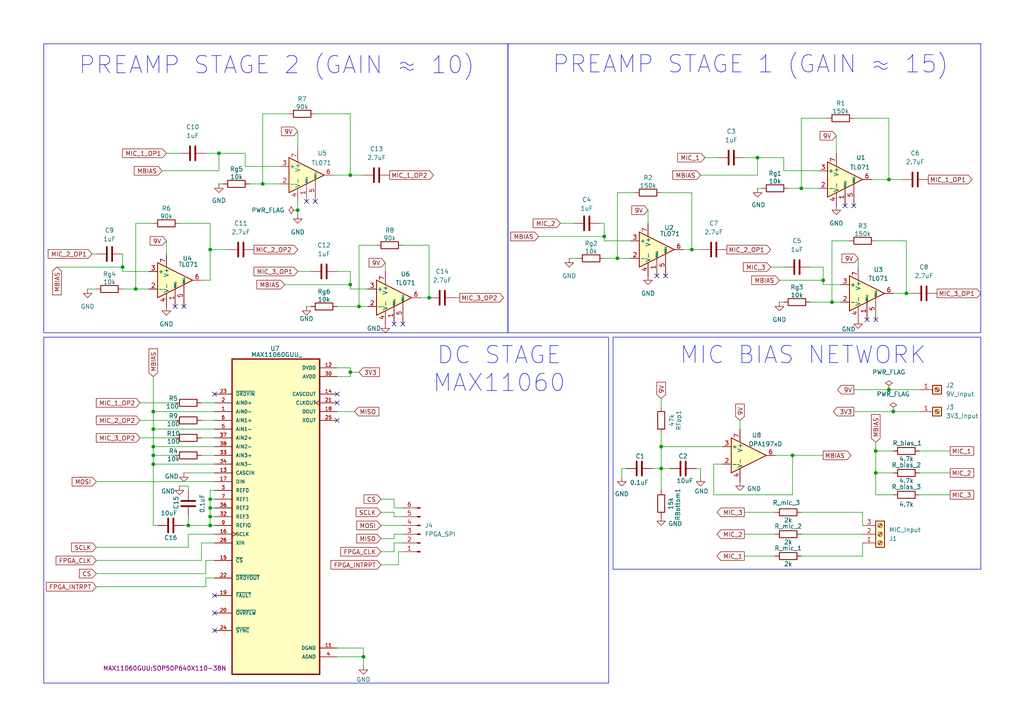
<source format=kicad_sch>
(kicad_sch (version 20250114) (generator "eeschema") (generator_version "9.0")
  (paper "A4")
  (lib_symbols
    (symbol "Amplifier_Operational:OPA197xD" (pin_names (offset 0.127))
      (property "Reference" "U" (at 0 6.35 0))
      (property "Value" "OPA197xD" (at 0 3.81 0))
      (symbol "OPA197xD_0_1"
        (polyline (pts (xy -5.08 5.08) (xy 5.08 0) (xy -5.08 -5.08) (xy -5.08 5.08)) (stroke (width 0.254)) (fill (type background)))
      )
      (symbol "OPA197xD_1_1"
        (pin input line (at -7.62 2.54 0) (length 2.54) (name "+") (number "3"))
        (pin input line (at -7.62 -2.54 0) (length 2.54) (name "-") (number "2"))
        (pin power_in line (at -2.54 7.62 270) (length 3.81) (name "V+") (number "7"))
        (pin no_connect line (at -2.54 2.54 270) (length 2.54) (hide yes) (name "NC") (number "1"))
        (pin power_in line (at -2.54 -7.62 90) (length 3.81) (name "V-") (number "4"))
        (pin no_connect line (at 0 2.54 270) (length 2.54) (hide yes) (name "NC") (number "5"))
        (pin no_connect line (at 0 -2.54 90) (length 2.54) (hide yes) (name "NC") (number "8"))
        (pin output line (at 7.62 0 180) (length 2.54) (name "~") (number "6"))
      )
    )
    (symbol "Amplifier_Operational:TL071" (pin_names (offset 0.127))
      (property "Reference" "U" (at 0 6.35 0))
      (property "Value" "TL071" (at 0 3.81 0))
      (symbol "TL071_0_1"
        (polyline (pts (xy -5.08 5.08) (xy 5.08 0) (xy -5.08 -5.08) (xy -5.08 5.08)) (stroke (width 0.254)) (fill (type background)))
      )
      (symbol "TL071_1_1"
        (pin input line (at -7.62 2.54 0) (length 2.54) (name "+") (number "3"))
        (pin input line (at -7.62 -2.54 0) (length 2.54) (name "-") (number "2"))
        (pin power_in line (at -2.54 7.62 270) (length 3.81) (name "V+") (number "7"))
        (pin power_in line (at -2.54 -7.62 90) (length 3.81) (name "V-") (number "4"))
        (pin no_connect line (at 0 2.54 270) (length 2.54) (hide yes) (name "NC") (number "8"))
        (pin input line (at 0 -7.62 90) (length 5.08) (name "NULL") (number "1"))
        (pin input line (at 2.54 -7.62 90) (length 6.35) (name "NULL") (number "5"))
        (pin output line (at 7.62 0 180) (length 2.54) (name "~") (number "6"))
      )
    )
    (symbol "Connector:Conn_01x06_Pin" (pin_names (offset 1.016) (hide yes))
      (property "Reference" "J" (at 0 7.62 0))
      (property "Value" "Conn_01x06_Pin" (at 0 -10.16 0))
      (symbol "Conn_01x06_Pin_1_1"
        (rectangle (start 0.8636 5.207) (end 0 4.953) (stroke (width 0.1524)) (fill (type outline)))
        (rectangle (start 0.8636 2.667) (end 0 2.413) (stroke (width 0.1524)) (fill (type outline)))
        (rectangle (start 0.8636 0.127) (end 0 -0.127) (stroke (width 0.1524)) (fill (type outline)))
        (rectangle (start 0.8636 -2.413) (end 0 -2.667) (stroke (width 0.1524)) (fill (type outline)))
        (rectangle (start 0.8636 -4.953) (end 0 -5.207) (stroke (width 0.1524)) (fill (type outline)))
        (rectangle (start 0.8636 -7.493) (end 0 -7.747) (stroke (width 0.1524)) (fill (type outline)))
        (polyline (pts (xy 1.27 5.08) (xy 0.8636 5.08)) (stroke (width 0.1524)))
        (polyline (pts (xy 1.27 2.54) (xy 0.8636 2.54)) (stroke (width 0.1524)))
        (polyline (pts (xy 1.27 0) (xy 0.8636 0)) (stroke (width 0.1524)))
        (polyline (pts (xy 1.27 -2.54) (xy 0.8636 -2.54)) (stroke (width 0.1524)))
        (polyline (pts (xy 1.27 -5.08) (xy 0.8636 -5.08)) (stroke (width 0.1524)))
        (polyline (pts (xy 1.27 -7.62) (xy 0.8636 -7.62)) (stroke (width 0.1524)))
        (pin passive line (at 5.08 5.08 180) (length 3.81) (name "Pin_1") (number "1"))
        (pin passive line (at 5.08 2.54 180) (length 3.81) (name "Pin_2") (number "2"))
        (pin passive line (at 5.08 0 180) (length 3.81) (name "Pin_3") (number "3"))
        (pin passive line (at 5.08 -2.54 180) (length 3.81) (name "Pin_4") (number "4"))
        (pin passive line (at 5.08 -5.08 180) (length 3.81) (name "Pin_5") (number "5"))
        (pin passive line (at 5.08 -7.62 180) (length 3.81) (name "Pin_6") (number "6"))
      )
    )
    (symbol "Connector:Screw_Terminal_01x01" (pin_names (offset 1.016) (hide yes))
      (property "Reference" "J" (at 0 2.54 0))
      (property "Value" "Screw_Terminal_01x01" (at 0 -2.54 0))
      (symbol "Screw_Terminal_01x01_1_1"
        (rectangle (start -1.27 1.27) (end 1.27 -1.27) (stroke (width 0.254)) (fill (type background)))
        (polyline (pts (xy -0.5334 0.3302) (xy 0.3302 -0.508)) (stroke (width 0.1524)))
        (polyline (pts (xy -0.3556 0.508) (xy 0.508 -0.3302)) (stroke (width 0.1524)))
        (circle (center 0 0) (radius 0.635) (stroke (width 0.1524)))
        (pin passive line (at -5.08 0 0) (length 3.81) (name "Pin_1") (number "1"))
      )
    )
    (symbol "Connector:Screw_Terminal_01x03" (pin_names (offset 1.016) (hide yes))
      (property "Reference" "J" (at 0 5.08 0))
      (property "Value" "Screw_Terminal_01x03" (at 0 -5.08 0))
      (symbol "Screw_Terminal_01x03_1_1"
        (rectangle (start -1.27 3.81) (end 1.27 -3.81) (stroke (width 0.254)) (fill (type background)))
        (polyline (pts (xy -0.5334 2.8702) (xy 0.3302 2.032)) (stroke (width 0.1524)))
        (polyline (pts (xy -0.5334 0.3302) (xy 0.3302 -0.508)) (stroke (width 0.1524)))
        (polyline (pts (xy -0.5334 -2.2098) (xy 0.3302 -3.048)) (stroke (width 0.1524)))
        (polyline (pts (xy -0.3556 3.048) (xy 0.508 2.2098)) (stroke (width 0.1524)))
        (polyline (pts (xy -0.3556 0.508) (xy 0.508 -0.3302)) (stroke (width 0.1524)))
        (polyline (pts (xy -0.3556 -2.032) (xy 0.508 -2.8702)) (stroke (width 0.1524)))
        (circle (center 0 2.54) (radius 0.635) (stroke (width 0.1524)))
        (circle (center 0 0) (radius 0.635) (stroke (width 0.1524)))
        (circle (center 0 -2.54) (radius 0.635) (stroke (width 0.1524)))
        (pin passive line (at -5.08 2.54 0) (length 3.81) (name "Pin_1") (number "1"))
        (pin passive line (at -5.08 0 0) (length 3.81) (name "Pin_2") (number "2"))
        (pin passive line (at -5.08 -2.54 0) (length 3.81) (name "Pin_3") (number "3"))
      )
    )
    (symbol "Device:C" (pin_numbers (hide yes)) (pin_names (offset 0.254))
      (property "Reference" "C" (at 0.635 2.54 0))
      (property "Value" "C" (at 0.635 -2.54 0))
      (symbol "C_0_1"
        (polyline (pts (xy -2.032 0.762) (xy 2.032 0.762)) (stroke (width 0.508)))
        (polyline (pts (xy -2.032 -0.762) (xy 2.032 -0.762)) (stroke (width 0.508)))
      )
      (symbol "C_1_1"
        (pin passive line (at 0 3.81 270) (length 2.794) (name "~") (number "1"))
        (pin passive line (at 0 -3.81 90) (length 2.794) (name "~") (number "2"))
      )
    )
    (symbol "Device:R" (pin_numbers (hide yes)) (pin_names (offset 0))
      (property "Reference" "R" (at 2.032 0 90))
      (property "Value" "R" (at 0 0 90))
      (symbol "R_0_1"
        (rectangle (start -1.016 -2.54) (end 1.016 2.54) (stroke (width 0.254)))
      )
      (symbol "R_1_1"
        (pin passive line (at 0 3.81 270) (length 1.27) (name "~") (number "1"))
        (pin passive line (at 0 -3.81 90) (length 1.27) (name "~") (number "2"))
      )
    )
    (symbol "MAX11060GUU_:MAX11060GUU_" (pin_names (offset 1.016))
      (property "Reference" "U" (at -12.7 46.72 0))
      (property "Value" "MAX11060GUU_" (at -12.7 -49.72 0))
      (symbol "MAX11060GUU__0_0"
        (rectangle (start -12.7 -45.72) (end 12.7 45.72) (stroke (width 0.41)) (fill (type background)))
        (pin input line (at -17.78 35.56 0) (length 5.08) (name "~{DRDYIN}") (number "23"))
        (pin input line (at -17.78 33.02 0) (length 5.08) (name "AIN0+") (number "2"))
        (pin input line (at -17.78 30.48 0) (length 5.08) (name "AIN0-") (number "1"))
        (pin input line (at -17.78 27.94 0) (length 5.08) (name "AIN1+") (number "6"))
        (pin input line (at -17.78 25.4 0) (length 5.08) (name "AIN1-") (number "5"))
        (pin input line (at -17.78 22.86 0) (length 5.08) (name "AIN2+") (number "37"))
        (pin input line (at -17.78 20.32 0) (length 5.08) (name "AIN2-") (number "38"))
        (pin input line (at -17.78 17.78 0) (length 5.08) (name "AIN3+") (number "33"))
        (pin input line (at -17.78 15.24 0) (length 5.08) (name "AIN3-") (number "34"))
        (pin input line (at -17.78 12.7 0) (length 5.08) (name "CASCIN") (number "13"))
        (pin input line (at -17.78 10.16 0) (length 5.08) (name "DIN") (number "17"))
        (pin input line (at -17.78 7.62 0) (length 5.08) (name "REF0") (number "3"))
        (pin input line (at -17.78 5.08 0) (length 5.08) (name "REF1") (number "7"))
        (pin input line (at -17.78 2.54 0) (length 5.08) (name "REF2") (number "36"))
        (pin input line (at -17.78 0 0) (length 5.08) (name "REF3") (number "32"))
        (pin input line (at -17.78 -2.54 0) (length 5.08) (name "REFIO") (number "9"))
        (pin input clock (at -17.78 -5.08 0) (length 5.08) (name "SCLK") (number "16"))
        (pin input line (at -17.78 -7.62 0) (length 5.08) (name "XIN") (number "26"))
        (pin bidirectional line (at -17.78 -12.7 0) (length 5.08) (name "~{CS}") (number "15"))
        (pin bidirectional line (at -17.78 -17.78 0) (length 5.08) (name "~{DRDYOUT}") (number "22"))
        (pin bidirectional line (at -17.78 -22.86 0) (length 5.08) (name "~{FAULT}") (number "19"))
        (pin bidirectional line (at -17.78 -27.94 0) (length 5.08) (name "~{OVRFLW}") (number "20"))
        (pin bidirectional line (at -17.78 -33.02 0) (length 5.08) (name "~{SYNC}") (number "24"))
        (pin power_in line (at 17.78 43.18 180) (length 5.08) (name "DVDD") (number "12"))
        (pin power_in line (at 17.78 43.18 180) (length 5.08) (hide yes) (name "DVDD") (number "27"))
        (pin power_in line (at 17.78 40.64 180) (length 5.08) (name "AVDD") (number "30"))
        (pin output line (at 17.78 35.56 180) (length 5.08) (name "CASCOUT") (number "14"))
        (pin output clock (at 17.78 33.02 180) (length 5.08) (name "CLKOUT") (number "21"))
        (pin output line (at 17.78 30.48 180) (length 5.08) (name "DOUT") (number "18"))
        (pin output line (at 17.78 27.94 180) (length 5.08) (name "XOUT") (number "25"))
        (pin power_in line (at 17.78 -38.1 180) (length 5.08) (name "DGND") (number "11"))
        (pin power_in line (at 17.78 -38.1 180) (length 5.08) (hide yes) (name "DGND") (number "28"))
        (pin power_in line (at 17.78 -40.64 180) (length 5.08) (hide yes) (name "AGND") (number "10"))
        (pin power_in line (at 17.78 -40.64 180) (length 5.08) (hide yes) (name "AGND") (number "29"))
        (pin power_in line (at 17.78 -40.64 180) (length 5.08) (hide yes) (name "AGND") (number "31"))
        (pin power_in line (at 17.78 -40.64 180) (length 5.08) (hide yes) (name "AGND") (number "35"))
        (pin power_in line (at 17.78 -40.64 180) (length 5.08) (name "AGND") (number "4"))
        (pin power_in line (at 17.78 -40.64 180) (length 5.08) (hide yes) (name "AGND") (number "8"))
      )
    )
    (symbol "power:GND" (power) (pin_numbers (hide yes)) (pin_names (offset 0) (hide yes))
      (property "Value" "GND" (at 0 -3.81 0))
      (symbol "GND_0_1"
        (polyline (pts (xy 0 0) (xy 0 -1.27) (xy 1.27 -1.27) (xy 0 -2.54) (xy -1.27 -1.27) (xy 0 -1.27)))
      )
      (symbol "GND_1_1"
        (pin power_in line (at 0 0 270) (length 0) (name "~") (number "1"))
      )
    )
    (symbol "power:PWR_FLAG" (power) (pin_numbers (hide yes)) (pin_names (offset 0) (hide yes))
      (property "Value" "PWR_FLAG" (at 0 3.81 0))
      (symbol "PWR_FLAG_0_0"
        (pin power_out line (at 0 0 90) (length 0) (name "~") (number "1"))
      )
      (symbol "PWR_FLAG_0_1"
        (polyline (pts (xy 0 0) (xy 0 1.27) (xy -1.016 1.905) (xy 0 2.54) (xy 1.016 1.905) (xy 0 1.27)))
      )
    )
  )
  (rectangle (start 12.7 12.7) (end 147.32 96.52))
  (rectangle (start 177.8 97.79) (end 284.48 165.1))
  (rectangle (start 12.7 97.79) (end 176.53 198.12))
  (rectangle (start 147.32 12.7) (end 284.48 96.52))
  (text "PREAMP STAGE 2 (GAIN ≈ 10)" (at 80.264 19.05 0) (effects (font (size 5 5))))
  (text "DC STAGE\nMAX11060" (at 144.78 107.188 0) (effects (font (size 5 5))))
  (text "MIC BIAS NETWORK" (at 232.918 103.124 0) (effects (font (size 5 5))))
  (text "PREAMP STAGE 1 (GAIN ≈ 15)" (at 217.678 18.796 0) (effects (font (size 5 5))))
  (junction (at 101.6 107.95))
  (junction (at 254 130.81))
  (junction (at 219.71 45.72))
  (junction (at 257.81 113.03))
  (junction (at 44.45 132.08))
  (junction (at 63.5 44.45))
  (junction (at 60.96 152.4))
  (junction (at 229.87 132.08))
  (junction (at 44.45 124.46))
  (junction (at 232.41 54.61))
  (junction (at 254 137.16))
  (junction (at 238.76 81.28))
  (junction (at 44.45 129.54))
  (junction (at 86.36 60.96))
  (junction (at 175.26 68.58))
  (junction (at 101.6 50.8))
  (junction (at 101.6 82.55))
  (junction (at 200.66 72.39))
  (junction (at 105.41 190.5))
  (junction (at 60.96 144.78))
  (junction (at 259.08 119.38))
  (junction (at 44.45 134.62))
  (junction (at 60.96 149.86))
  (junction (at 262.89 85.09))
  (junction (at 179.07 74.93))
  (junction (at 124.46 86.36))
  (junction (at 60.96 72.39))
  (junction (at 39.37 83.82))
  (junction (at 76.2 53.34))
  (junction (at 44.45 119.38))
  (junction (at 257.81 52.07))
  (junction (at 191.77 129.54))
  (junction (at 35.56 77.47))
  (junction (at 54.61 152.4))
  (junction (at 241.3 87.63))
  (junction (at 191.77 135.89))
  (junction (at 104.14 88.9))
  (junction (at 60.96 147.32))
  (no_connect (at 62.23 182.88))
  (no_connect (at 62.23 172.72))
  (no_connect (at 97.79 114.3))
  (no_connect (at 97.79 121.92))
  (no_connect (at 97.79 116.84))
  (no_connect (at 254 92.71))
  (no_connect (at 245.11 59.69))
  (no_connect (at 62.23 177.8))
  (no_connect (at 190.5 80.01))
  (no_connect (at 88.9 58.42))
  (no_connect (at 91.44 58.42))
  (no_connect (at 116.84 93.98))
  (no_connect (at 114.3 93.98))
  (no_connect (at 62.23 114.3))
  (no_connect (at 50.8 88.9))
  (no_connect (at 251.46 92.71))
  (no_connect (at 193.04 80.01))
  (no_connect (at 247.65 59.69))
  (no_connect (at 53.34 88.9))
  (wire (pts (xy 238.76 82.55) (xy 243.84 82.55)))
  (wire (pts (xy 82.55 82.55) (xy 101.6 82.55)))
  (wire (pts (xy 63.5 53.34) (xy 64.77 53.34)))
  (wire (pts (xy 110.49 148.59) (xy 114.3 148.59)))
  (wire (pts (xy 35.56 78.74) (xy 43.18 78.74)))
  (wire (pts (xy 248.92 74.93) (xy 248.92 77.47)))
  (wire (pts (xy 97.79 119.38) (xy 102.87 119.38)))
  (wire (pts (xy 110.49 152.4) (xy 116.84 152.4)))
  (wire (pts (xy 215.9 161.29) (xy 224.79 161.29)))
  (wire (pts (xy 110.49 160.02) (xy 114.3 160.02)))
  (wire (pts (xy 162.56 64.77) (xy 166.37 64.77)))
  (wire (pts (xy 111.76 76.2) (xy 111.76 78.74)))
  (wire (pts (xy 254 69.85) (xy 262.89 69.85)))
  (wire (pts (xy 54.61 149.86) (xy 54.61 152.4)))
  (wire (pts (xy 44.45 119.38) (xy 44.45 124.46)))
  (wire (pts (xy 58.42 157.48) (xy 62.23 157.48)))
  (wire (pts (xy 86.36 58.42) (xy 86.36 60.96)))
  (wire (pts (xy 175.26 64.77) (xy 175.26 68.58)))
  (wire (pts (xy 62.23 142.24) (xy 60.96 142.24)))
  (wire (pts (xy 97.79 109.22) (xy 101.6 109.22)))
  (wire (pts (xy 101.6 83.82) (xy 106.68 83.82)))
  (wire (pts (xy 60.96 147.32) (xy 62.23 147.32)))
  (wire (pts (xy 191.77 129.54) (xy 191.77 135.89)))
  (wire (pts (xy 223.52 77.47) (xy 227.33 77.47)))
  (wire (pts (xy 88.9 88.9) (xy 90.17 88.9)))
  (wire (pts (xy 83.82 33.02) (xy 76.2 33.02)))
  (wire (pts (xy 115.57 163.83) (xy 115.57 160.02)))
  (wire (pts (xy 104.14 71.12) (xy 104.14 88.9)))
  (wire (pts (xy 114.3 154.94) (xy 116.84 154.94)))
  (wire (pts (xy 35.56 83.82) (xy 39.37 83.82)))
  (wire (pts (xy 114.3 144.78) (xy 114.3 147.32)))
  (wire (pts (xy 175.26 74.93) (xy 179.07 74.93)))
  (wire (pts (xy 191.77 129.54) (xy 209.55 129.54)))
  (wire (pts (xy 60.96 64.77) (xy 60.96 72.39)))
  (wire (pts (xy 219.71 54.61) (xy 220.98 54.61)))
  (wire (pts (xy 215.9 45.72) (xy 219.71 45.72)))
  (wire (pts (xy 238.76 81.28) (xy 238.76 82.55)))
  (wire (pts (xy 238.76 77.47) (xy 238.76 81.28)))
  (wire (pts (xy 266.7 137.16) (xy 275.59 137.16)))
  (wire (pts (xy 262.89 85.09) (xy 264.16 85.09)))
  (wire (pts (xy 110.49 156.21) (xy 114.3 156.21)))
  (wire (pts (xy 228.6 54.61) (xy 232.41 54.61)))
  (wire (pts (xy 254 143.51) (xy 254 137.16)))
  (wire (pts (xy 180.34 135.89) (xy 181.61 135.89)))
  (wire (pts (xy 254 130.81) (xy 254 137.16)))
  (wire (pts (xy 101.6 33.02) (xy 101.6 50.8)))
  (wire (pts (xy 110.49 163.83) (xy 115.57 163.83)))
  (wire (pts (xy 101.6 106.68) (xy 101.6 107.95)))
  (wire (pts (xy 259.08 143.51) (xy 254 143.51)))
  (wire (pts (xy 203.2 135.89) (xy 203.2 138.43)))
  (wire (pts (xy 45.72 152.4) (xy 44.45 152.4)))
  (wire (pts (xy 254 130.81) (xy 259.08 130.81)))
  (wire (pts (xy 91.44 33.02) (xy 101.6 33.02)))
  (wire (pts (xy 44.45 132.08) (xy 44.45 134.62)))
  (wire (pts (xy 234.95 77.47) (xy 238.76 77.47)))
  (wire (pts (xy 54.61 152.4) (xy 60.96 152.4)))
  (wire (pts (xy 26.67 73.66) (xy 27.94 73.66)))
  (wire (pts (xy 179.07 55.88) (xy 179.07 74.93)))
  (wire (pts (xy 200.66 55.88) (xy 200.66 72.39)))
  (wire (pts (xy 257.81 34.29) (xy 257.81 52.07)))
  (wire (pts (xy 114.3 157.48) (xy 116.84 157.48)))
  (wire (pts (xy 58.42 162.56) (xy 58.42 157.48)))
  (wire (pts (xy 62.23 149.86) (xy 60.96 149.86)))
  (wire (pts (xy 60.96 144.78) (xy 62.23 144.78)))
  (wire (pts (xy 101.6 78.74) (xy 101.6 82.55)))
  (wire (pts (xy 59.69 44.45) (xy 63.5 44.45)))
  (wire (pts (xy 252.73 52.07) (xy 257.81 52.07)))
  (wire (pts (xy 224.79 132.08) (xy 229.87 132.08)))
  (wire (pts (xy 247.65 34.29) (xy 257.81 34.29)))
  (wire (pts (xy 191.77 115.57) (xy 191.77 118.11)))
  (wire (pts (xy 97.79 106.68) (xy 101.6 106.68)))
  (wire (pts (xy 191.77 135.89) (xy 194.31 135.89)))
  (wire (pts (xy 191.77 55.88) (xy 200.66 55.88)))
  (wire (pts (xy 229.87 132.08) (xy 238.76 132.08)))
  (wire (pts (xy 35.56 73.66) (xy 35.56 77.47)))
  (wire (pts (xy 219.71 45.72) (xy 227.33 45.72)))
  (wire (pts (xy 52.07 140.97) (xy 54.61 140.97)))
  (wire (pts (xy 53.34 137.16) (xy 62.23 137.16)))
  (wire (pts (xy 227.33 49.53) (xy 237.49 49.53)))
  (wire (pts (xy 53.34 152.4) (xy 54.61 152.4)))
  (wire (pts (xy 52.07 64.77) (xy 60.96 64.77)))
  (wire (pts (xy 250.19 148.59) (xy 250.19 152.4)))
  (wire (pts (xy 27.94 170.18) (xy 59.69 170.18)))
  (wire (pts (xy 229.87 143.51) (xy 207.01 143.51)))
  (wire (pts (xy 16.51 77.47) (xy 35.56 77.47)))
  (wire (pts (xy 44.45 129.54) (xy 44.45 132.08)))
  (wire (pts (xy 40.64 121.92) (xy 50.8 121.92)))
  (wire (pts (xy 173.99 64.77) (xy 175.26 64.77)))
  (wire (pts (xy 35.56 77.47) (xy 35.56 78.74)))
  (wire (pts (xy 44.45 119.38) (xy 62.23 119.38)))
  (wire (pts (xy 58.42 81.28) (xy 60.96 81.28)))
  (wire (pts (xy 59.69 162.56) (xy 62.23 162.56)))
  (wire (pts (xy 76.2 33.02) (xy 76.2 53.34)))
  (wire (pts (xy 114.3 149.86) (xy 116.84 149.86)))
  (wire (pts (xy 60.96 147.32) (xy 60.96 149.86)))
  (wire (pts (xy 201.93 135.89) (xy 203.2 135.89)))
  (wire (pts (xy 48.26 44.45) (xy 52.07 44.45)))
  (wire (pts (xy 71.12 48.26) (xy 81.28 48.26)))
  (wire (pts (xy 60.96 142.24) (xy 60.96 144.78)))
  (wire (pts (xy 114.3 148.59) (xy 114.3 149.86)))
  (wire (pts (xy 114.3 156.21) (xy 114.3 154.94)))
  (wire (pts (xy 97.79 88.9) (xy 104.14 88.9)))
  (wire (pts (xy 58.42 127) (xy 62.23 127)))
  (wire (pts (xy 59.69 170.18) (xy 59.69 167.64)))
  (wire (pts (xy 232.41 54.61) (xy 237.49 54.61)))
  (wire (pts (xy 44.45 132.08) (xy 50.8 132.08)))
  (wire (pts (xy 60.96 152.4) (xy 62.23 152.4)))
  (wire (pts (xy 116.84 71.12) (xy 124.46 71.12)))
  (wire (pts (xy 232.41 154.94) (xy 250.19 154.94)))
  (wire (pts (xy 229.87 132.08) (xy 229.87 143.51)))
  (wire (pts (xy 257.81 113.03) (xy 266.7 113.03)))
  (wire (pts (xy 232.41 34.29) (xy 232.41 54.61)))
  (wire (pts (xy 44.45 64.77) (xy 39.37 64.77)))
  (wire (pts (xy 114.3 147.32) (xy 116.84 147.32)))
  (wire (pts (xy 86.36 60.96) (xy 86.36 62.23)))
  (wire (pts (xy 262.89 69.85) (xy 262.89 85.09)))
  (wire (pts (xy 187.96 60.96) (xy 187.96 64.77)))
  (wire (pts (xy 27.94 166.37) (xy 59.69 166.37)))
  (wire (pts (xy 72.39 53.34) (xy 76.2 53.34)))
  (wire (pts (xy 189.23 135.89) (xy 191.77 135.89)))
  (wire (pts (xy 54.61 154.94) (xy 62.23 154.94)))
  (wire (pts (xy 54.61 140.97) (xy 54.61 142.24)))
  (wire (pts (xy 59.69 167.64) (xy 62.23 167.64)))
  (wire (pts (xy 58.42 132.08) (xy 62.23 132.08)))
  (wire (pts (xy 101.6 107.95) (xy 104.14 107.95)))
  (wire (pts (xy 156.21 68.58) (xy 175.26 68.58)))
  (wire (pts (xy 39.37 83.82) (xy 43.18 83.82)))
  (wire (pts (xy 175.26 69.85) (xy 182.88 69.85)))
  (wire (pts (xy 60.96 144.78) (xy 60.96 147.32)))
  (wire (pts (xy 191.77 125.73) (xy 191.77 129.54)))
  (wire (pts (xy 259.08 137.16) (xy 254 137.16)))
  (wire (pts (xy 215.9 148.59) (xy 224.79 148.59)))
  (wire (pts (xy 165.1 74.93) (xy 167.64 74.93)))
  (wire (pts (xy 247.65 113.03) (xy 257.81 113.03)))
  (wire (pts (xy 246.38 69.85) (xy 241.3 69.85)))
  (wire (pts (xy 58.42 121.92) (xy 62.23 121.92)))
  (wire (pts (xy 27.94 139.7) (xy 62.23 139.7)))
  (wire (pts (xy 59.69 166.37) (xy 59.69 162.56)))
  (wire (pts (xy 200.66 72.39) (xy 203.2 72.39)))
  (wire (pts (xy 179.07 74.93) (xy 182.88 74.93)))
  (wire (pts (xy 105.41 190.5) (xy 105.41 193.04)))
  (wire (pts (xy 54.61 158.75) (xy 54.61 154.94)))
  (wire (pts (xy 27.94 158.75) (xy 54.61 158.75)))
  (wire (pts (xy 76.2 53.34) (xy 81.28 53.34)))
  (wire (pts (xy 207.01 134.62) (xy 209.55 134.62)))
  (wire (pts (xy 60.96 149.86) (xy 60.96 152.4)))
  (wire (pts (xy 191.77 135.89) (xy 191.77 142.24)))
  (wire (pts (xy 254 128.27) (xy 254 130.81)))
  (wire (pts (xy 71.12 44.45) (xy 71.12 48.26)))
  (wire (pts (xy 97.79 190.5) (xy 105.41 190.5)))
  (wire (pts (xy 184.15 55.88) (xy 179.07 55.88)))
  (wire (pts (xy 180.34 135.89) (xy 180.34 138.43)))
  (wire (pts (xy 242.57 39.37) (xy 242.57 44.45)))
  (wire (pts (xy 227.33 45.72) (xy 227.33 49.53)))
  (wire (pts (xy 259.08 85.09) (xy 262.89 85.09)))
  (wire (pts (xy 101.6 50.8) (xy 105.41 50.8)))
  (wire (pts (xy 226.06 81.28) (xy 238.76 81.28)))
  (wire (pts (xy 101.6 107.95) (xy 101.6 109.22)))
  (wire (pts (xy 109.22 71.12) (xy 104.14 71.12)))
  (wire (pts (xy 63.5 44.45) (xy 63.5 49.53)))
  (wire (pts (xy 27.94 162.56) (xy 58.42 162.56)))
  (wire (pts (xy 175.26 68.58) (xy 175.26 69.85)))
  (wire (pts (xy 207.01 143.51) (xy 207.01 134.62)))
  (wire (pts (xy 232.41 161.29) (xy 250.19 161.29)))
  (wire (pts (xy 247.65 119.38) (xy 259.08 119.38)))
  (wire (pts (xy 44.45 129.54) (xy 62.23 129.54)))
  (wire (pts (xy 44.45 152.4) (xy 44.45 134.62)))
  (wire (pts (xy 204.47 45.72) (xy 208.28 45.72)))
  (wire (pts (xy 121.92 86.36) (xy 124.46 86.36)))
  (wire (pts (xy 63.5 44.45) (xy 71.12 44.45)))
  (wire (pts (xy 40.64 116.84) (xy 50.8 116.84)))
  (wire (pts (xy 46.99 49.53) (xy 63.5 49.53)))
  (wire (pts (xy 44.45 124.46) (xy 62.23 124.46)))
  (wire (pts (xy 234.95 87.63) (xy 241.3 87.63)))
  (wire (pts (xy 97.79 78.74) (xy 101.6 78.74)))
  (wire (pts (xy 240.03 34.29) (xy 232.41 34.29)))
  (wire (pts (xy 132.08 86.36) (xy 133.35 86.36)))
  (wire (pts (xy 44.45 124.46) (xy 44.45 129.54)))
  (wire (pts (xy 203.2 50.8) (xy 219.71 50.8)))
  (wire (pts (xy 241.3 87.63) (xy 243.84 87.63)))
  (wire (pts (xy 105.41 187.96) (xy 105.41 190.5)))
  (wire (pts (xy 39.37 64.77) (xy 39.37 83.82)))
  (wire (pts (xy 40.64 127) (xy 50.8 127)))
  (wire (pts (xy 115.57 160.02) (xy 116.84 160.02)))
  (wire (pts (xy 48.26 69.85) (xy 48.26 73.66)))
  (wire (pts (xy 124.46 71.12) (xy 124.46 86.36)))
  (wire (pts (xy 110.49 144.78) (xy 114.3 144.78)))
  (wire (pts (xy 104.14 88.9) (xy 106.68 88.9)))
  (wire (pts (xy 44.45 134.62) (xy 62.23 134.62)))
  (wire (pts (xy 114.3 160.02) (xy 114.3 157.48)))
  (wire (pts (xy 241.3 69.85) (xy 241.3 87.63)))
  (wire (pts (xy 96.52 50.8) (xy 101.6 50.8)))
  (wire (pts (xy 198.12 72.39) (xy 200.66 72.39)))
  (wire (pts (xy 266.7 130.81) (xy 275.59 130.81)))
  (wire (pts (xy 215.9 154.94) (xy 224.79 154.94)))
  (wire (pts (xy 214.63 121.92) (xy 214.63 124.46)))
  (wire (pts (xy 86.36 38.1) (xy 86.36 43.18)))
  (wire (pts (xy 58.42 116.84) (xy 62.23 116.84)))
  (wire (pts (xy 250.19 161.29) (xy 250.19 157.48)))
  (wire (pts (xy 101.6 82.55) (xy 101.6 83.82)))
  (wire (pts (xy 44.45 109.22) (xy 44.45 119.38)))
  (wire (pts (xy 60.96 72.39) (xy 60.96 81.28)))
  (wire (pts (xy 60.96 72.39) (xy 66.04 72.39)))
  (wire (pts (xy 219.71 45.72) (xy 219.71 50.8)))
  (wire (pts (xy 232.41 148.59) (xy 250.19 148.59)))
  (wire (pts (xy 257.81 52.07) (xy 261.62 52.07)))
  (wire (pts (xy 266.7 143.51) (xy 275.59 143.51)))
  (wire (pts (xy 226.06 87.63) (xy 227.33 87.63)))
  (wire (pts (xy 25.4 83.82) (xy 27.94 83.82)))
  (wire (pts (xy 86.36 78.74) (xy 90.17 78.74)))
  (wire (pts (xy 97.79 187.96) (xy 105.41 187.96)))
  (wire (pts (xy 259.08 119.38) (xy 266.7 119.38)))
  (global_label "9V" (shape input) (at 248.92 74.93 180) (property "Intersheetrefs" "${INTERSHEET_REFS}" (effects (hide yes))))
  (global_label "MOSI" (shape input) (at 27.94 139.7 180) (property "Intersheetrefs" "${INTERSHEET_REFS}" (effects (hide yes))))
  (global_label "MBIAS" (shape input) (at 156.21 68.58 180) (property "Intersheetrefs" "${INTERSHEET_REFS}" (effects (hide yes))))
  (global_label "9V" (shape input) (at 191.77 115.57 90) (property "Intersheetrefs" "${INTERSHEET_REFS}" (effects (hide yes))))
  (global_label "MIC_3" (shape passive) (at 275.59 143.51 0) (property "Intersheetrefs" "${INTERSHEET_REFS}" (effects (hide yes))))
  (global_label "MIC_3_OP2" (shape output) (at 133.35 86.36 0) (property "Intersheetrefs" "${INTERSHEET_REFS}" (effects (hide yes))))
  (global_label "MIC_3" (shape input) (at 223.52 77.47 180) (property "Intersheetrefs" "${INTERSHEET_REFS}" (effects (hide yes))))
  (global_label "MIC_2" (shape output) (at 215.9 154.94 180) (property "Intersheetrefs" "${INTERSHEET_REFS}" (effects (hide yes))))
  (global_label "MIC_2_OP1" (shape output) (at 210.82 72.39 0) (property "Intersheetrefs" "${INTERSHEET_REFS}" (effects (hide yes))))
  (global_label "MBIAS" (shape input) (at 203.2 50.8 180) (property "Intersheetrefs" "${INTERSHEET_REFS}" (effects (hide yes))))
  (global_label "MBIAS" (shape input) (at 254 128.27 90) (property "Intersheetrefs" "${INTERSHEET_REFS}" (effects (hide yes))))
  (global_label "FPGA_CLK" (shape input) (at 110.49 160.02 180) (property "Intersheetrefs" "${INTERSHEET_REFS}" (effects (hide yes))))
  (global_label "CS" (shape input) (at 110.49 144.78 180) (property "Intersheetrefs" "${INTERSHEET_REFS}" (effects (hide yes))))
  (global_label "MIC_1_OP2" (shape output) (at 113.03 50.8 0) (property "Intersheetrefs" "${INTERSHEET_REFS}" (effects (hide yes))))
  (global_label "MISO" (shape input) (at 110.49 156.21 180) (property "Intersheetrefs" "${INTERSHEET_REFS}" (effects (hide yes))))
  (global_label "MIC_2" (shape input) (at 162.56 64.77 180) (property "Intersheetrefs" "${INTERSHEET_REFS}" (effects (hide yes))))
  (global_label "3V3" (shape input) (at 104.14 107.95 0) (property "Intersheetrefs" "${INTERSHEET_REFS}" (effects (hide yes))))
  (global_label "MIC_1" (shape output) (at 215.9 161.29 180) (property "Intersheetrefs" "${INTERSHEET_REFS}" (effects (hide yes))))
  (global_label "MBIAS" (shape input) (at 46.99 49.53 180) (property "Intersheetrefs" "${INTERSHEET_REFS}" (effects (hide yes))))
  (global_label "FPGA_CLK" (shape input) (at 27.94 162.56 180) (property "Intersheetrefs" "${INTERSHEET_REFS}" (effects (hide yes))))
  (global_label "MBIAS" (shape input) (at 44.45 109.22 90) (property "Intersheetrefs" "${INTERSHEET_REFS}" (effects (hide yes))))
  (global_label "9V" (shape output) (at 247.65 113.03 180) (property "Intersheetrefs" "${INTERSHEET_REFS}" (effects (hide yes))))
  (global_label "MISO" (shape input) (at 102.87 119.38 0) (property "Intersheetrefs" "${INTERSHEET_REFS}" (effects (hide yes))))
  (global_label "MIC_1" (shape passive) (at 275.59 130.81 0) (property "Intersheetrefs" "${INTERSHEET_REFS}" (effects (hide yes))))
  (global_label "MBIAS" (shape input) (at 16.51 77.47 270) (property "Intersheetrefs" "${INTERSHEET_REFS}" (effects (hide yes))))
  (global_label "9V" (shape input) (at 214.63 121.92 90) (property "Intersheetrefs" "${INTERSHEET_REFS}" (effects (hide yes))))
  (global_label "CS" (shape input) (at 27.94 166.37 180) (property "Intersheetrefs" "${INTERSHEET_REFS}" (effects (hide yes))))
  (global_label "MBIAS" (shape input) (at 82.55 82.55 180) (property "Intersheetrefs" "${INTERSHEET_REFS}" (effects (hide yes))))
  (global_label "SCLK" (shape input) (at 110.49 148.59 180) (property "Intersheetrefs" "${INTERSHEET_REFS}" (effects (hide yes))))
  (global_label "MBIAS" (shape output) (at 238.76 132.08 0) (property "Intersheetrefs" "${INTERSHEET_REFS}" (effects (hide yes))))
  (global_label "MIC_2" (shape passive) (at 275.59 137.16 0) (property "Intersheetrefs" "${INTERSHEET_REFS}" (effects (hide yes))))
  (global_label "FPGA_INTRPT" (shape input) (at 110.49 163.83 180) (property "Intersheetrefs" "${INTERSHEET_REFS}" (effects (hide yes))))
  (global_label "9V" (shape input) (at 111.76 76.2 180) (property "Intersheetrefs" "${INTERSHEET_REFS}" (effects (hide yes))))
  (global_label "MIC_3_OP2" (shape input) (at 40.64 127 180) (property "Intersheetrefs" "${INTERSHEET_REFS}" (effects (hide yes))))
  (global_label "MIC_1" (shape input) (at 204.47 45.72 180) (property "Intersheetrefs" "${INTERSHEET_REFS}" (effects (hide yes))))
  (global_label "9V" (shape input) (at 86.36 38.1 180) (property "Intersheetrefs" "${INTERSHEET_REFS}" (effects (hide yes))))
  (global_label "FPGA_INTRPT" (shape input) (at 27.94 170.18 180) (property "Intersheetrefs" "${INTERSHEET_REFS}" (effects (hide yes))))
  (global_label "9V" (shape input) (at 48.26 69.85 180) (property "Intersheetrefs" "${INTERSHEET_REFS}" (effects (hide yes))))
  (global_label "MIC_2_OP2" (shape input) (at 40.64 121.92 180) (property "Intersheetrefs" "${INTERSHEET_REFS}" (effects (hide yes))))
  (global_label "9V" (shape input) (at 242.57 39.37 180) (property "Intersheetrefs" "${INTERSHEET_REFS}" (effects (hide yes))))
  (global_label "MIC_1_OP1" (shape input) (at 48.26 44.45 180) (property "Intersheetrefs" "${INTERSHEET_REFS}" (effects (hide yes))))
  (global_label "3V3" (shape output) (at 247.65 119.38 180) (property "Intersheetrefs" "${INTERSHEET_REFS}" (effects (hide yes))))
  (global_label "9V" (shape input) (at 187.96 60.96 180) (property "Intersheetrefs" "${INTERSHEET_REFS}" (effects (hide yes))))
  (global_label "SCLK" (shape input) (at 27.94 158.75 180) (property "Intersheetrefs" "${INTERSHEET_REFS}" (effects (hide yes))))
  (global_label "MOSI" (shape input) (at 110.49 152.4 180) (property "Intersheetrefs" "${INTERSHEET_REFS}" (effects (hide yes))))
  (global_label "MIC_3" (shape output) (at 215.9 148.59 180) (property "Intersheetrefs" "${INTERSHEET_REFS}" (effects (hide yes))))
  (global_label "MIC_1_OP2" (shape input) (at 40.64 116.84 180) (property "Intersheetrefs" "${INTERSHEET_REFS}" (effects (hide yes))))
  (global_label "MIC_3_OP1" (shape input) (at 86.36 78.74 180) (property "Intersheetrefs" "${INTERSHEET_REFS}" (effects (hide yes))))
  (global_label "MIC_2_OP1" (shape input) (at 26.67 73.66 180) (property "Intersheetrefs" "${INTERSHEET_REFS}" (effects (hide yes))))
  (global_label "MIC_1_OP1" (shape output) (at 269.24 52.07 0) (property "Intersheetrefs" "${INTERSHEET_REFS}" (effects (hide yes))))
  (global_label "MIC_3_OP1" (shape output) (at 271.78 85.09 0) (property "Intersheetrefs" "${INTERSHEET_REFS}" (effects (hide yes))))
  (global_label "MBIAS" (shape input) (at 226.06 81.28 180) (property "Intersheetrefs" "${INTERSHEET_REFS}" (effects (hide yes))))
  (global_label "MIC_2_OP2" (shape output) (at 73.66 72.39 0) (property "Intersheetrefs" "${INTERSHEET_REFS}" (effects (hide yes))))
  (symbol (lib_id "Amplifier_Operational:TL071") (at 190.5 72.39 0) (unit 1)
    (property "Reference" "U2" (at 194.056 66.04 0))
    (property "Value" "TL071" (at 194.31 67.818 0))
    (property "Footprint" "Package_DIP:DIP-8-16_W7.62mm" (effects (hide yes)))
    (property "Datasheet" "http://www.ti.com/lit/ds/symlink/tl071.pdf" (effects (hide yes)))
    (property "Description" "Single Low-Noise JFET-Input Operational Amplifiers, DIP-8/SOIC-8" (effects (hide yes)))
  )
  (symbol (lib_id "Device:R") (at 31.75 83.82 90) (unit 1)
    (property "Reference" "Rg4" (at 31.75 79.502 90))
    (property "Value" "10k" (at 31.75 81.788 90))
    (property "Footprint" "Resistor_THT:R_Axial_DIN0204_L3.6mm_D1.6mm_P7.62mm_Horizontal" (effects (hide yes)))
    (property "Description" "Resistor" (effects (hide yes)))
  )
  (symbol (lib_id "Device:R") (at 224.79 54.61 90) (unit 1)
    (property "Reference" "Rg1" (at 224.79 50.292 90))
    (property "Value" "10k" (at 224.79 52.578 90))
    (property "Footprint" "Resistor_THT:R_Axial_DIN0204_L3.6mm_D1.6mm_P7.62mm_Horizontal" (effects (hide yes)))
    (property "Description" "Resistor" (effects (hide yes)))
  )
  (symbol (lib_id "power:GND") (at 25.4 83.82 0) (unit 1)
    (property "Reference" "#PWR010" (effects (hide yes)))
    (property "Value" "GND" (at 25.4 88.9 0))
    (property "Description" "Power symbol creates a global label with name \"GND\" , ground" (effects (hide yes)))
  )
  (symbol (lib_id "power:GND") (at 219.71 54.61 0) (unit 1)
    (property "Reference" "#PWR07" (effects (hide yes)))
    (property "Value" "GND" (at 219.964 59.436 0))
    (property "Description" "Power symbol creates a global label with name \"GND\" , ground" (effects (hide yes)))
  )
  (symbol (lib_id "power:GND") (at 203.2 138.43 0) (unit 1)
    (property "Reference" "#PWR017" (effects (hide yes)))
    (property "Value" "GND" (at 203.454 142.494 0))
    (property "Description" "Power symbol creates a global label with name \"GND\" , ground" (effects (hide yes)))
  )
  (symbol (lib_id "Device:C") (at 93.98 78.74 90) (unit 1)
    (property "Reference" "C12" (at 93.98 71.12 90))
    (property "Value" "1uF" (at 93.98 73.66 90))
    (property "Footprint" "Capacitor_THT:C_Disc_D3.0mm_W2.0mm_P2.50mm" (effects (hide yes)))
    (property "Description" "Unpolarized capacitor" (effects (hide yes)))
  )
  (symbol (lib_id "Device:C") (at 69.85 72.39 90) (unit 1)
    (property "Reference" "C11" (at 69.85 64.77 90))
    (property "Value" "2.7uF" (at 69.85 67.31 90))
    (property "Footprint" "Capacitor_THT:C_Disc_D3.0mm_W2.0mm_P2.50mm" (effects (hide yes)))
    (property "Description" "Unpolarized capacitor" (effects (hide yes)))
  )
  (symbol (lib_id "Device:C") (at 198.12 135.89 90) (unit 1)
    (property "Reference" "C2" (at 198.12 132.334 90))
    (property "Value" "10uF" (at 198.628 139.446 90))
    (property "Footprint" "Capacitor_THT:C_Disc_D3.0mm_W2.0mm_P2.50mm" (effects (hide yes)))
    (property "Description" "Unpolarized capacitor" (effects (hide yes)))
  )
  (symbol (lib_id "Device:R") (at 262.89 130.81 90) (unit 1)
    (property "Reference" "R_bias_1" (at 263.144 128.524 90))
    (property "Value" "4.7k" (at 262.89 133.096 90))
    (property "Footprint" "Resistor_THT:R_Axial_DIN0204_L3.6mm_D1.6mm_P7.62mm_Horizontal" (effects (hide yes)))
    (property "Description" "Resistor" (effects (hide yes)))
  )
  (symbol (lib_id "Device:C") (at 207.01 72.39 90) (unit 1)
    (property "Reference" "C7" (at 207.01 64.77 90))
    (property "Value" "2.7uF" (at 207.01 67.31 90))
    (property "Footprint" "Capacitor_THT:C_Disc_D3.0mm_W2.0mm_P2.50mm" (effects (hide yes)))
    (property "Description" "Unpolarized capacitor" (effects (hide yes)))
  )
  (symbol (lib_id "Device:R") (at 54.61 132.08 90) (unit 1)
    (property "Reference" "R4" (at 50.292 130.81 90))
    (property "Value" "10k" (at 50.292 133.096 90))
    (property "Footprint" "Resistor_THT:R_Axial_DIN0204_L3.6mm_D1.6mm_P7.62mm_Horizontal" (effects (hide yes)))
    (property "Description" "Resistor" (effects (hide yes)))
  )
  (symbol (lib_id "Connector:Screw_Terminal_01x01") (at 271.78 119.38 0) (unit 1)
    (property "Reference" "J3" (at 274.32 118.1099 0) (effects (justify left)))
    (property "Value" "3V3_Input" (at 274.32 120.6499 0) (effects (justify left)))
    (property "Footprint" "TerminalBlock_MetzConnect:TerminalBlock_MetzConnect_360271_1x01_Horizontal_ScrewM3.0_Boxed" (effects (hide yes)))
    (property "Description" "Generic screw terminal, single row, 01x01, script generated (kicad-library-utils/schlib/autogen/connector/)" (effects (hide yes)))
  )
  (symbol (lib_id "Device:R") (at 262.89 137.16 90) (unit 1)
    (property "Reference" "R_bias_2" (at 262.89 134.874 90))
    (property "Value" "4.7k" (at 262.89 139.446 90))
    (property "Footprint" "Resistor_THT:R_Axial_DIN0204_L3.6mm_D1.6mm_P7.62mm_Horizontal" (effects (hide yes)))
    (property "Description" "Resistor" (effects (hide yes)))
  )
  (symbol (lib_id "Device:C") (at 109.22 50.8 90) (unit 1)
    (property "Reference" "C13" (at 109.22 43.18 90))
    (property "Value" "2.7uF" (at 109.22 45.72 90))
    (property "Footprint" "Capacitor_THT:C_Disc_D3.0mm_W2.0mm_P2.50mm" (effects (hide yes)))
    (property "Description" "Unpolarized capacitor" (effects (hide yes)))
  )
  (symbol (lib_id "power:GND") (at 214.63 139.7 0) (unit 1)
    (property "Reference" "#PWR01" (effects (hide yes)))
    (property "Value" "GND" (at 218.694 141.732 0))
    (property "Description" "Power symbol creates a global label with name \"GND\" , ground" (effects (hide yes)))
  )
  (symbol (lib_id "Device:C") (at 231.14 77.47 90) (unit 1)
    (property "Reference" "C5" (at 231.14 69.85 90))
    (property "Value" "1uF" (at 231.14 72.39 90))
    (property "Footprint" "Capacitor_THT:C_Disc_D3.0mm_W2.0mm_P2.50mm" (effects (hide yes)))
    (property "Description" "Unpolarized capacitor" (effects (hide yes)))
  )
  (symbol (lib_id "power:GND") (at 53.34 137.16 0) (unit 1)
    (property "Reference" "#PWR019" (effects (hide yes)))
    (property "Value" "GND" (at 49.784 138.176 0))
    (property "Description" "Power symbol creates a global label with name \"GND\" , ground" (effects (hide yes)))
  )
  (symbol (lib_id "power:PWR_FLAG") (at 259.08 119.38 0) (unit 1)
    (property "Reference" "#FLG05" (effects (hide yes)))
    (property "Value" "PWR_FLAG" (at 259.08 114.3 0))
    (property "Description" "Special symbol for telling ERC where power comes from" (effects (hide yes)))
  )
  (symbol (lib_id "Device:R") (at 87.63 33.02 90) (unit 1)
    (property "Reference" "R7" (at 87.63 28.702 90))
    (property "Value" "90k" (at 87.63 30.988 90))
    (property "Footprint" "Resistor_THT:R_Axial_DIN0204_L3.6mm_D1.6mm_P7.62mm_Horizontal" (effects (hide yes)))
    (property "Description" "Resistor" (effects (hide yes)))
  )
  (symbol (lib_id "Device:R") (at 191.77 121.92 0) (unit 1)
    (property "Reference" "RTop1" (at 196.85 121.92 90))
    (property "Value" "47k" (at 194.818 121.92 90))
    (property "Footprint" "Resistor_THT:R_Axial_DIN0204_L3.6mm_D1.6mm_P7.62mm_Horizontal" (effects (hide yes)))
    (property "Description" "Resistor" (effects (hide yes)))
  )
  (symbol (lib_id "power:GND") (at 248.92 92.71 0) (unit 1)
    (property "Reference" "#PWR05" (effects (hide yes)))
    (property "Value" "GND" (at 246.126 95.504 0))
    (property "Description" "Power symbol creates a global label with name \"GND\" , ground" (effects (hide yes)))
  )
  (symbol (lib_id "Device:C") (at 265.43 52.07 90) (unit 1)
    (property "Reference" "C6" (at 265.43 44.45 90))
    (property "Value" "2.7uF" (at 265.43 46.99 90))
    (property "Footprint" "Capacitor_THT:C_Disc_D3.0mm_W2.0mm_P2.50mm" (effects (hide yes)))
    (property "Description" "Unpolarized capacitor" (effects (hide yes)))
  )
  (symbol (lib_id "Device:R") (at 171.45 74.93 90) (unit 1)
    (property "Reference" "Rg2" (at 171.45 70.612 90))
    (property "Value" "10k" (at 171.45 72.898 90))
    (property "Footprint" "Resistor_THT:R_Axial_DIN0204_L3.6mm_D1.6mm_P7.62mm_Horizontal" (effects (hide yes)))
    (property "Description" "Resistor" (effects (hide yes)))
  )
  (symbol (lib_id "power:PWR_FLAG") (at 86.36 60.96 90) (unit 1)
    (property "Reference" "#FLG03" (effects (hide yes)))
    (property "Value" "PWR_FLAG" (at 82.55 60.9599 90) (effects (justify left)))
    (property "Description" "Special symbol for telling ERC where power comes from" (effects (hide yes)))
  )
  (symbol (lib_id "Device:C") (at 31.75 73.66 90) (unit 1)
    (property "Reference" "C9" (at 31.75 66.802 90))
    (property "Value" "1uF" (at 31.75 69.342 90))
    (property "Footprint" "Capacitor_THT:C_Disc_D3.0mm_W2.0mm_P2.50mm" (effects (hide yes)))
    (property "Description" "Unpolarized capacitor" (effects (hide yes)))
  )
  (symbol (lib_id "Device:R") (at 262.89 143.51 90) (unit 1)
    (property "Reference" "R_bias_3" (at 262.89 141.224 90))
    (property "Value" "4.7k" (at 262.89 146.304 90))
    (property "Footprint" "Resistor_THT:R_Axial_DIN0204_L3.6mm_D1.6mm_P7.62mm_Horizontal" (effects (hide yes)))
    (property "Description" "Resistor" (effects (hide yes)))
  )
  (symbol (lib_id "power:GND") (at 86.36 62.23 0) (unit 1)
    (property "Reference" "#PWR014" (effects (hide yes)))
    (property "Value" "GND" (at 86.36 67.31 0))
    (property "Description" "Power symbol creates a global label with name \"GND\" , ground" (effects (hide yes)))
  )
  (symbol (lib_id "Device:R") (at 54.61 116.84 90) (unit 1)
    (property "Reference" "R5" (at 50.292 115.57 90))
    (property "Value" "100" (at 50.038 117.856 90))
    (property "Footprint" "Resistor_THT:R_Axial_DIN0204_L3.6mm_D1.6mm_P7.62mm_Horizontal" (effects (hide yes)))
    (property "Description" "Resistor" (effects (hide yes)))
  )
  (symbol (lib_id "Device:C") (at 212.09 45.72 90) (unit 1)
    (property "Reference" "C3" (at 212.09 38.1 90))
    (property "Value" "1uF" (at 212.09 40.64 90))
    (property "Footprint" "Capacitor_THT:C_Disc_D3.0mm_W2.0mm_P2.50mm" (effects (hide yes)))
    (property "Description" "Unpolarized capacitor" (effects (hide yes)))
  )
  (symbol (lib_id "Amplifier_Operational:TL071") (at 114.3 86.36 0) (unit 1)
    (property "Reference" "U6" (at 117.602 79.502 0))
    (property "Value" "TL071" (at 117.602 82.042 0))
    (property "Footprint" "Package_DIP:DIP-8-16_W7.62mm" (effects (hide yes)))
    (property "Datasheet" "http://www.ti.com/lit/ds/symlink/tl071.pdf" (effects (hide yes)))
    (property "Description" "Single Low-Noise JFET-Input Operational Amplifiers, DIP-8/SOIC-8" (effects (hide yes)))
  )
  (symbol (lib_id "Device:R") (at 191.77 146.05 0) (unit 1)
    (property "Reference" "RBottom1" (at 196.596 146.304 90))
    (property "Value" "15k" (at 194.564 146.05 90))
    (property "Footprint" "Resistor_THT:R_Axial_DIN0204_L3.6mm_D1.6mm_P7.62mm_Horizontal" (effects (hide yes)))
    (property "Description" "Resistor" (effects (hide yes)))
  )
  (symbol (lib_id "power:GND") (at 242.57 59.69 0) (unit 1)
    (property "Reference" "#PWR06" (effects (hide yes)))
    (property "Value" "GND" (at 242.57 64.77 0))
    (property "Description" "Power symbol creates a global label with name \"GND\" , ground" (effects (hide yes)))
  )
  (symbol (lib_id "Amplifier_Operational:TL071") (at 245.11 52.07 0) (unit 1)
    (property "Reference" "U1" (at 249.682 45.72 0))
    (property "Value" "TL071" (at 249.428 48.514 0))
    (property "Footprint" "Package_DIP:DIP-8-16_W7.62mm" (effects (hide yes)))
    (property "Datasheet" "http://www.ti.com/lit/ds/symlink/tl071.pdf" (effects (hide yes)))
    (property "Description" "Single Low-Noise JFET-Input Operational Amplifiers, DIP-8/SOIC-8" (effects (hide yes)))
  )
  (symbol (lib_id "Device:R") (at 93.98 88.9 90) (unit 1)
    (property "Reference" "Rg6" (at 93.98 84.582 90))
    (property "Value" "10k" (at 93.98 86.868 90))
    (property "Footprint" "Resistor_THT:R_Axial_DIN0204_L3.6mm_D1.6mm_P7.62mm_Horizontal" (effects (hide yes)))
    (property "Description" "Resistor" (effects (hide yes)))
  )
  (symbol (lib_id "Connector:Screw_Terminal_01x03") (at 255.27 154.94 0) (mirror x) (unit 1)
    (property "Reference" "J1" (at 257.81 156.2101 0) (effects (justify left)))
    (property "Value" "MIC_Input" (at 257.81 153.6701 0) (effects (justify left)))
    (property "Footprint" "TerminalBlock:TerminalBlock_Altech_AK300-3_P5.00mm" (effects (hide yes)))
    (property "Description" "Generic screw terminal, single row, 01x03, script generated (kicad-library-utils/schlib/autogen/connector/)" (effects (hide yes)))
  )
  (symbol (lib_id "Device:C") (at 170.18 64.77 90) (unit 1)
    (property "Reference" "C4" (at 170.18 57.912 90))
    (property "Value" "1uF" (at 170.18 60.452 90))
    (property "Footprint" "Capacitor_THT:C_Disc_D3.0mm_W2.0mm_P2.50mm" (effects (hide yes)))
    (property "Description" "Unpolarized capacitor" (effects (hide yes)))
  )
  (symbol (lib_id "Device:C") (at 185.42 135.89 90) (unit 1)
    (property "Reference" "C1" (at 185.674 132.334 90))
    (property "Value" "0.1uF" (at 185.42 139.954 90))
    (property "Footprint" "Capacitor_THT:C_Disc_D3.0mm_W2.0mm_P2.50mm" (effects (hide yes)))
    (property "Description" "Unpolarized capacitor" (effects (hide yes)))
  )
  (symbol (lib_id "Connector:Screw_Terminal_01x01") (at 271.78 113.03 0) (unit 1)
    (property "Reference" "J2" (at 274.32 111.7599 0) (effects (justify left)))
    (property "Value" "9V_Input" (at 274.32 114.2999 0) (effects (justify left)))
    (property "Footprint" "TerminalBlock_MetzConnect:TerminalBlock_MetzConnect_360271_1x01_Horizontal_ScrewM3.0_Boxed" (effects (hide yes)))
    (property "Description" "Generic screw terminal, single row, 01x01, script generated (kicad-library-utils/schlib/autogen/connector/)" (effects (hide yes)))
  )
  (symbol (lib_id "Device:R") (at 250.19 69.85 90) (unit 1)
    (property "Reference" "R3" (at 250.19 65.532 90))
    (property "Value" "150k" (at 250.19 67.818 90))
    (property "Footprint" "Resistor_THT:R_Axial_DIN0204_L3.6mm_D1.6mm_P7.62mm_Horizontal" (effects (hide yes)))
    (property "Description" "Resistor" (effects (hide yes)))
  )
  (symbol (lib_id "power:GND") (at 187.96 80.01 0) (unit 1)
    (property "Reference" "#PWR04" (effects (hide yes)))
    (property "Value" "GND" (at 187.96 85.09 0))
    (property "Description" "Power symbol creates a global label with name \"GND\" , ground" (effects (hide yes)))
  )
  (symbol (lib_id "MAX11060GUU_:MAX11060GUU_") (at 80.01 149.86 0) (unit 1)
    (property "Reference" "U7" (at 79.756 101.092 0))
    (property "Value" "MAX11060GUU_" (at 80.264 102.87 0))
    (property "Footprint" "MAX11060GUU:SOP50P640X110-38N" (at 47.752 194.564 0) (effects (justify bottom)))
    (property "Datasheet" "kicad-embed://MAX11040K-MAX11060.pdf" (effects (hide yes)))
    (property "DigiKey_Part_Number" "MAX11060GUU+-ND" (effects (hide yes)))
    (property "SnapEDA_Link" "https://www.snapeda.com/parts/MAX11060GUU+/Analog+Devices/view-part/?ref=snap" (effects (hide yes)))
    (property "Description_1" "24-/16-Bit, 4-Channel, Simultaneous-Sampling, Cascadable, Sigma-Delta ADCs" (effects (hide yes)))
    (property "MF" "Analog Devices" (effects (hide yes)))
    (property "Package" "TSSOP-38 Maxim" (effects (hide yes)))
    (property "Check_prices" "https://www.snapeda.com/parts/MAX11060GUU+/Analog+Devices/view-part/?ref=eda" (effects (hide yes)))
    (property "MP" "MAX11060GUU+" (effects (hide yes)))
  )
  (symbol (lib_id "Device:R") (at 228.6 161.29 90) (unit 1)
    (property "Reference" "R_mic_1" (at 228.6 159.004 90))
    (property "Value" "2k" (at 228.6 163.576 90))
    (property "Footprint" "Resistor_THT:R_Axial_DIN0204_L3.6mm_D1.6mm_P7.62mm_Horizontal" (effects (hide yes)))
    (property "Description" "Resistor" (effects (hide yes)))
  )
  (symbol (lib_id "power:GND") (at 48.26 88.9 0) (unit 1)
    (property "Reference" "#PWR011" (effects (hide yes)))
    (property "Value" "GND" (at 48.26 93.98 0))
    (property "Description" "Power symbol creates a global label with name \"GND\" , ground" (effects (hide yes)))
  )
  (symbol (lib_id "Device:R") (at 187.96 55.88 90) (unit 1)
    (property "Reference" "R2" (at 187.96 51.562 90))
    (property "Value" "150k" (at 187.96 53.848 90))
    (property "Footprint" "Resistor_THT:R_Axial_DIN0204_L3.6mm_D1.6mm_P7.62mm_Horizontal" (effects (hide yes)))
    (property "Description" "Resistor" (effects (hide yes)))
  )
  (symbol (lib_id "Device:R") (at 54.61 127 90) (unit 1)
    (property "Reference" "R10" (at 50.292 125.73 90))
    (property "Value" "100" (at 50.292 128.016 90))
    (property "Footprint" "Resistor_THT:R_Axial_DIN0204_L3.6mm_D1.6mm_P7.62mm_Horizontal" (effects (hide yes)))
    (property "Description" "Resistor" (effects (hide yes)))
  )
  (symbol (lib_id "power:PWR_FLAG") (at 257.81 113.03 0) (unit 1)
    (property "Reference" "#FLG04" (effects (hide yes)))
    (property "Value" "PWR_FLAG" (at 257.81 107.95 0))
    (property "Description" "Special symbol for telling ERC where power comes from" (effects (hide yes)))
  )
  (symbol (lib_id "Device:C") (at 267.97 85.09 90) (unit 1)
    (property "Reference" "C8" (at 267.97 77.47 90))
    (property "Value" "2.7uF" (at 267.97 80.01 90))
    (property "Footprint" "Capacitor_THT:C_Disc_D3.0mm_W2.0mm_P2.50mm" (effects (hide yes)))
    (property "Description" "Unpolarized capacitor" (effects (hide yes)))
  )
  (symbol (lib_id "Device:R") (at 228.6 154.94 90) (unit 1)
    (property "Reference" "R_mic_2" (at 228.6 152.654 90))
    (property "Value" "2k" (at 228.6 157.226 90))
    (property "Footprint" "Resistor_THT:R_Axial_DIN0204_L3.6mm_D1.6mm_P7.62mm_Horizontal" (effects (hide yes)))
    (property "Description" "Resistor" (effects (hide yes)))
  )
  (symbol (lib_id "power:GND") (at 180.34 138.43 0) (unit 1)
    (property "Reference" "#PWR016" (effects (hide yes)))
    (property "Value" "GND" (at 180.34 143.256 0))
    (property "Description" "Power symbol creates a global label with name \"GND\" , ground" (effects (hide yes)))
  )
  (symbol (lib_id "Device:R") (at 231.14 87.63 90) (unit 1)
    (property "Reference" "Rg3" (at 231.14 83.312 90))
    (property "Value" "10k" (at 231.14 85.598 90))
    (property "Footprint" "Resistor_THT:R_Axial_DIN0204_L3.6mm_D1.6mm_P7.62mm_Horizontal" (effects (hide yes)))
    (property "Description" "Resistor" (effects (hide yes)))
  )
  (symbol (lib_id "power:GND") (at 63.5 53.34 0) (unit 1)
    (property "Reference" "#PWR012" (effects (hide yes)))
    (property "Value" "GND" (at 63.5 58.166 0))
    (property "Description" "Power symbol creates a global label with name \"GND\" , ground" (effects (hide yes)))
  )
  (symbol (lib_id "Device:R") (at 54.61 121.92 90) (unit 1)
    (property "Reference" "R9" (at 50.292 120.65 90))
    (property "Value" "100" (at 50.292 122.936 90))
    (property "Footprint" "Resistor_THT:R_Axial_DIN0204_L3.6mm_D1.6mm_P7.62mm_Horizontal" (effects (hide yes)))
    (property "Description" "Resistor" (effects (hide yes)))
  )
  (symbol (lib_id "power:GND") (at 226.06 87.63 0) (unit 1)
    (property "Reference" "#PWR09" (effects (hide yes)))
    (property "Value" "GND" (at 226.06 92.71 0))
    (property "Description" "Power symbol creates a global label with name \"GND\" , ground" (effects (hide yes)))
  )
  (symbol (lib_id "Device:R") (at 113.03 71.12 90) (unit 1)
    (property "Reference" "R8" (at 113.03 66.802 90))
    (property "Value" "90k" (at 113.03 69.088 90))
    (property "Footprint" "Resistor_THT:R_Axial_DIN0204_L3.6mm_D1.6mm_P7.62mm_Horizontal" (effects (hide yes)))
    (property "Description" "Resistor" (effects (hide yes)))
  )
  (symbol (lib_id "Amplifier_Operational:TL071") (at 88.9 50.8 0) (unit 1)
    (property "Reference" "U5" (at 93.472 44.45 0))
    (property "Value" "TL071" (at 93.218 47.244 0))
    (property "Footprint" "Package_DIP:DIP-8-16_W7.62mm" (effects (hide yes)))
    (property "Datasheet" "http://www.ti.com/lit/ds/symlink/tl071.pdf" (effects (hide yes)))
    (property "Description" "Single Low-Noise JFET-Input Operational Amplifiers, DIP-8/SOIC-8" (effects (hide yes)))
  )
  (symbol (lib_id "Amplifier_Operational:TL071") (at 50.8 81.28 0) (unit 1)
    (property "Reference" "U4" (at 54.356 74.93 0))
    (property "Value" "TL071" (at 54.61 76.708 0))
    (property "Footprint" "Package_DIP:DIP-8-16_W7.62mm" (effects (hide yes)))
    (property "Datasheet" "http://www.ti.com/lit/ds/symlink/tl071.pdf" (effects (hide yes)))
    (property "Description" "Single Low-Noise JFET-Input Operational Amplifiers, DIP-8/SOIC-8" (effects (hide yes)))
  )
  (symbol (lib_id "Device:R") (at 68.58 53.34 90) (unit 1)
    (property "Reference" "Rg5" (at 68.58 49.022 90))
    (property "Value" "10k" (at 68.58 51.308 90))
    (property "Footprint" "Resistor_THT:R_Axial_DIN0204_L3.6mm_D1.6mm_P7.62mm_Horizontal" (effects (hide yes)))
    (property "Description" "Resistor" (effects (hide yes)))
  )
  (symbol (lib_id "Device:R") (at 228.6 148.59 90) (unit 1)
    (property "Reference" "R_mic_3" (at 228.092 145.796 90))
    (property "Value" "2k" (at 228.6 150.876 90))
    (property "Footprint" "Resistor_THT:R_Axial_DIN0204_L3.6mm_D1.6mm_P7.62mm_Horizontal" (effects (hide yes)))
    (property "Description" "Resistor" (effects (hide yes)))
  )
  (symbol (lib_id "power:GND") (at 105.41 193.04 0) (unit 1)
    (property "Reference" "#PWR03" (effects (hide yes)))
    (property "Value" "GND" (at 105.41 197.104 0))
    (property "Description" "Power symbol creates a global label with name \"GND\" , ground" (effects (hide yes)))
  )
  (symbol (lib_id "Device:C") (at 49.53 152.4 270) (unit 1)
    (property "Reference" "C16" (at 49.53 155.956 90))
    (property "Value" "10uF" (at 49.022 148.844 90))
    (property "Footprint" "Capacitor_THT:C_Disc_D3.0mm_W2.0mm_P2.50mm" (effects (hide yes)))
    (property "Description" "Unpolarized capacitor" (effects (hide yes)))
  )
  (symbol (lib_id "power:GND") (at 165.1 74.93 0) (unit 1)
    (property "Reference" "#PWR08" (effects (hide yes)))
    (property "Value" "GND" (at 165.1 80.01 0))
    (property "Description" "Power symbol creates a global label with name \"GND\" , ground" (effects (hide yes)))
  )
  (symbol (lib_id "Amplifier_Operational:TL071") (at 251.46 85.09 0) (unit 1)
    (property "Reference" "U3" (at 254.762 78.232 0))
    (property "Value" "TL071" (at 254.762 80.772 0))
    (property "Footprint" "Package_DIP:DIP-8-16_W7.62mm" (effects (hide yes)))
    (property "Datasheet" "http://www.ti.com/lit/ds/symlink/tl071.pdf" (effects (hide yes)))
    (property "Description" "Single Low-Noise JFET-Input Operational Amplifiers, DIP-8/SOIC-8" (effects (hide yes)))
  )
  (symbol (lib_id "Device:R") (at 48.26 64.77 90) (unit 1)
    (property "Reference" "R6" (at 48.26 60.452 90))
    (property "Value" "90k" (at 48.26 62.738 90))
    (property "Footprint" "Resistor_THT:R_Axial_DIN0204_L3.6mm_D1.6mm_P7.62mm_Horizontal" (effects (hide yes)))
    (property "Description" "Resistor" (effects (hide yes)))
  )
  (symbol (lib_id "Connector:Conn_01x06_Pin") (at 121.92 154.94 180) (unit 1)
    (property "Reference" "J4" (at 123.19 152.3999 0) (effects (justify right)))
    (property "Value" "FPGA_SPI" (at 123.19 154.9399 0) (effects (justify right)))
    (property "Footprint" "Connector_JST:JST_EH_B6B-EH-A_1x06_P2.50mm_Vertical" (effects (hide yes)))
    (property "Description" "Generic connector, single row, 01x06, script generated" (effects (hide yes)))
  )
  (symbol (lib_id "power:GND") (at 88.9 88.9 0) (unit 1)
    (property "Reference" "#PWR013" (effects (hide yes)))
    (property "Value" "GND" (at 88.9 92.456 0))
    (property "Description" "Power symbol creates a global label with name \"GND\" , ground" (effects (hide yes)))
  )
  (symbol (lib_id "Device:C") (at 55.88 44.45 90) (unit 1)
    (property "Reference" "C10" (at 55.88 36.83 90))
    (property "Value" "1uF" (at 55.88 39.37 90))
    (property "Footprint" "Capacitor_THT:C_Disc_D3.0mm_W2.0mm_P2.50mm" (effects (hide yes)))
    (property "Description" "Unpolarized capacitor" (effects (hide yes)))
  )
  (symbol (lib_id "power:GND") (at 191.77 149.86 0) (unit 1)
    (property "Reference" "#PWR02" (effects (hide yes)))
    (property "Value" "GND" (at 195.834 151.892 0))
    (property "Description" "Power symbol creates a global label with name \"GND\" , ground" (effects (hide yes)))
  )
  (symbol (lib_id "power:GND") (at 111.76 93.98 0) (unit 1)
    (property "Reference" "#PWR015" (effects (hide yes)))
    (property "Value" "GND" (at 108.458 95.25 0))
    (property "Description" "Power symbol creates a global label with name \"GND\" , ground" (effects (hide yes)))
  )
  (symbol (lib_id "power:GND") (at 52.07 140.97 0) (unit 1)
    (property "Reference" "#PWR018" (effects (hide yes)))
    (property "Value" "GND" (at 48.768 142.494 0))
    (property "Description" "Power symbol creates a global label with name \"GND\" , ground" (effects (hide yes)))
  )
  (symbol (lib_id "Device:R") (at 243.84 34.29 90) (unit 1)
    (property "Reference" "R1" (at 243.84 29.972 90))
    (property "Value" "150k" (at 243.84 32.258 90))
    (property "Footprint" "Resistor_THT:R_Axial_DIN0204_L3.6mm_D1.6mm_P7.62mm_Horizontal" (effects (hide yes)))
    (property "Description" "Resistor" (effects (hide yes)))
  )
  (symbol (lib_id "Device:C") (at 128.27 86.36 90) (unit 1)
    (property "Reference" "C14" (at 128.27 78.74 90))
    (property "Value" "2.7uF" (at 128.27 81.28 90))
    (property "Footprint" "Capacitor_THT:C_Disc_D3.0mm_W2.0mm_P2.50mm" (effects (hide yes)))
    (property "Description" "Unpolarized capacitor" (effects (hide yes)))
  )
  (symbol (lib_id "Amplifier_Operational:OPA197xD") (at 217.17 132.08 0) (unit 1)
    (property "Reference" "U8" (at 219.456 126.238 0))
    (property "Value" "OPA197xD" (at 221.996 128.778 0))
    (property "Footprint" "Package_SO:SOIC-8_3.9x4.9mm_P1.27mm" (effects (hide yes)))
    (property "Datasheet" "http://www.ti.com/lit/ds/symlink/opa197.pdf" (effects (hide yes)))
    (property "Description" "Single 36V, Precision, Rail-to-Rail Input/Output, Low Offset Voltage, Operational Amplifier, SOIC-8" (effects (hide yes)))
  )
  (symbol (lib_id "Device:C") (at 54.61 146.05 180) (unit 1)
    (property "Reference" "C15" (at 51.054 145.796 90))
    (property "Value" "0.1uF" (at 58.674 146.05 90))
    (property "Footprint" "Capacitor_THT:C_Disc_D3.0mm_W2.0mm_P2.50mm" (effects (hide yes)))
    (property "Description" "Unpolarized capacitor" (effects (hide yes)))
  )
)
</source>
